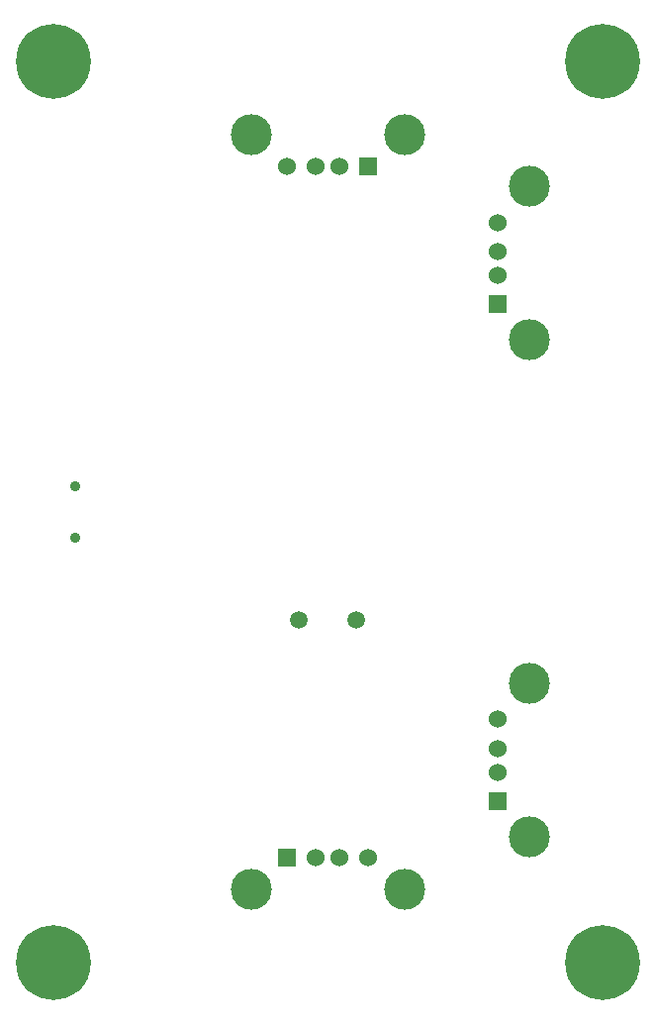
<source format=gbs>
%TF.GenerationSoftware,KiCad,Pcbnew,(6.0.5)*%
%TF.CreationDate,2024-05-01T13:41:59+02:00*%
%TF.ProjectId,SL2.1A-HS-HUB,534c322e-3141-42d4-9853-2d4855422e6b,rev?*%
%TF.SameCoordinates,Original*%
%TF.FileFunction,Soldermask,Bot*%
%TF.FilePolarity,Negative*%
%FSLAX46Y46*%
G04 Gerber Fmt 4.6, Leading zero omitted, Abs format (unit mm)*
G04 Created by KiCad (PCBNEW (6.0.5)) date 2024-05-01 13:41:59*
%MOMM*%
%LPD*%
G01*
G04 APERTURE LIST*
%ADD10R,1.524000X1.524000*%
%ADD11C,1.524000*%
%ADD12C,3.500000*%
%ADD13C,1.500000*%
%ADD14C,6.400000*%
%ADD15C,0.900000*%
G04 APERTURE END LIST*
D10*
%TO.C,J2*%
X152000000Y-75977500D03*
D11*
X149500000Y-75977500D03*
X147500000Y-75977500D03*
X145000000Y-75977500D03*
D12*
X141930000Y-73267500D03*
X155070000Y-73267500D03*
%TD*%
D10*
%TO.C,J5*%
X145000000Y-135022500D03*
D11*
X147500000Y-135022500D03*
X149500000Y-135022500D03*
X152000000Y-135022500D03*
D12*
X155070000Y-137732500D03*
X141930000Y-137732500D03*
%TD*%
D10*
%TO.C,J3*%
X163022500Y-87750000D03*
D11*
X163022500Y-85250000D03*
X163022500Y-83250000D03*
X163022500Y-80750000D03*
D12*
X165732500Y-77680000D03*
X165732500Y-90820000D03*
%TD*%
D13*
%TO.C,Y1*%
X150950000Y-114750000D03*
X146070000Y-114750000D03*
%TD*%
D14*
%TO.C,H1*%
X172000000Y-67000000D03*
%TD*%
D10*
%TO.C,J4*%
X163022500Y-130250000D03*
D11*
X163022500Y-127750000D03*
X163022500Y-125750000D03*
X163022500Y-123250000D03*
D12*
X165732500Y-120180000D03*
X165732500Y-133320000D03*
%TD*%
D14*
%TO.C,H4*%
X125000000Y-67000000D03*
%TD*%
D15*
%TO.C,J1*%
X126925000Y-103300000D03*
X126925000Y-107700000D03*
%TD*%
D14*
%TO.C,H2*%
X172000000Y-144000000D03*
%TD*%
%TO.C,H3*%
X125000000Y-144000000D03*
%TD*%
M02*

</source>
